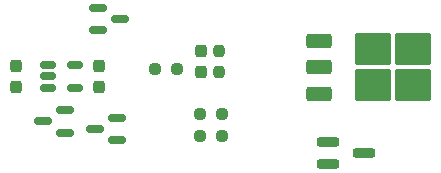
<source format=gbr>
%TF.GenerationSoftware,KiCad,Pcbnew,9.0.6*%
%TF.CreationDate,2025-11-17T11:05:33-05:00*%
%TF.ProjectId,vldo,766c646f-2e6b-4696-9361-645f70636258,0.1*%
%TF.SameCoordinates,Original*%
%TF.FileFunction,Paste,Top*%
%TF.FilePolarity,Positive*%
%FSLAX46Y46*%
G04 Gerber Fmt 4.6, Leading zero omitted, Abs format (unit mm)*
G04 Created by KiCad (PCBNEW 9.0.6) date 2025-11-17 11:05:33*
%MOMM*%
%LPD*%
G01*
G04 APERTURE LIST*
G04 Aperture macros list*
%AMRoundRect*
0 Rectangle with rounded corners*
0 $1 Rounding radius*
0 $2 $3 $4 $5 $6 $7 $8 $9 X,Y pos of 4 corners*
0 Add a 4 corners polygon primitive as box body*
4,1,4,$2,$3,$4,$5,$6,$7,$8,$9,$2,$3,0*
0 Add four circle primitives for the rounded corners*
1,1,$1+$1,$2,$3*
1,1,$1+$1,$4,$5*
1,1,$1+$1,$6,$7*
1,1,$1+$1,$8,$9*
0 Add four rect primitives between the rounded corners*
20,1,$1+$1,$2,$3,$4,$5,0*
20,1,$1+$1,$4,$5,$6,$7,0*
20,1,$1+$1,$6,$7,$8,$9,0*
20,1,$1+$1,$8,$9,$2,$3,0*%
G04 Aperture macros list end*
%ADD10RoundRect,0.200000X-0.750000X-0.200000X0.750000X-0.200000X0.750000X0.200000X-0.750000X0.200000X0*%
%ADD11RoundRect,0.237500X-0.250000X-0.237500X0.250000X-0.237500X0.250000X0.237500X-0.250000X0.237500X0*%
%ADD12RoundRect,0.237500X0.237500X-0.250000X0.237500X0.250000X-0.237500X0.250000X-0.237500X-0.250000X0*%
%ADD13RoundRect,0.250000X-1.275000X-1.125000X1.275000X-1.125000X1.275000X1.125000X-1.275000X1.125000X0*%
%ADD14RoundRect,0.250000X-0.850000X-0.350000X0.850000X-0.350000X0.850000X0.350000X-0.850000X0.350000X0*%
%ADD15RoundRect,0.150000X-0.512500X-0.150000X0.512500X-0.150000X0.512500X0.150000X-0.512500X0.150000X0*%
%ADD16RoundRect,0.237500X0.237500X-0.300000X0.237500X0.300000X-0.237500X0.300000X-0.237500X-0.300000X0*%
%ADD17RoundRect,0.150000X0.587500X0.150000X-0.587500X0.150000X-0.587500X-0.150000X0.587500X-0.150000X0*%
%ADD18RoundRect,0.237500X-0.237500X0.300000X-0.237500X-0.300000X0.237500X-0.300000X0.237500X0.300000X0*%
%ADD19RoundRect,0.150000X-0.587500X-0.150000X0.587500X-0.150000X0.587500X0.150000X-0.587500X0.150000X0*%
G04 APERTURE END LIST*
D10*
%TO.C,M4*%
X144550000Y-82997000D03*
X144550000Y-84897000D03*
X147550000Y-83947000D03*
%TD*%
D11*
%TO.C,R2*%
X129897500Y-76835000D03*
X131722500Y-76835000D03*
%TD*%
D12*
%TO.C,R1*%
X135255000Y-77112500D03*
X135255000Y-75287500D03*
%TD*%
D11*
%TO.C,R4*%
X133707500Y-80645000D03*
X135532500Y-80645000D03*
%TD*%
D13*
%TO.C,M1*%
X148357020Y-75183000D03*
X148357020Y-78233000D03*
X151707020Y-75183000D03*
X151707020Y-78233000D03*
D14*
X143732020Y-74428000D03*
X143732020Y-76708000D03*
X143732020Y-78988000D03*
%TD*%
D15*
%TO.C,U1*%
X120782500Y-76520000D03*
X120782500Y-77470000D03*
X120782500Y-78420000D03*
X123057500Y-78420000D03*
X123057500Y-76520000D03*
%TD*%
D16*
%TO.C,C1*%
X133731000Y-77062500D03*
X133731000Y-75337500D03*
%TD*%
D17*
%TO.C,U3*%
X122222500Y-82230000D03*
X122222500Y-80330000D03*
X120347500Y-81280000D03*
%TD*%
%TO.C,Q4*%
X126667500Y-82865000D03*
X126667500Y-80965000D03*
X124792500Y-81915000D03*
%TD*%
D18*
%TO.C,C3*%
X118110000Y-76607500D03*
X118110000Y-78332500D03*
%TD*%
D16*
%TO.C,C2*%
X125095000Y-78332500D03*
X125095000Y-76607500D03*
%TD*%
D19*
%TO.C,Q3*%
X125046500Y-71667714D03*
X125046500Y-73567714D03*
X126921500Y-72617714D03*
%TD*%
D11*
%TO.C,R3*%
X133707500Y-82550000D03*
X135532500Y-82550000D03*
%TD*%
M02*

</source>
